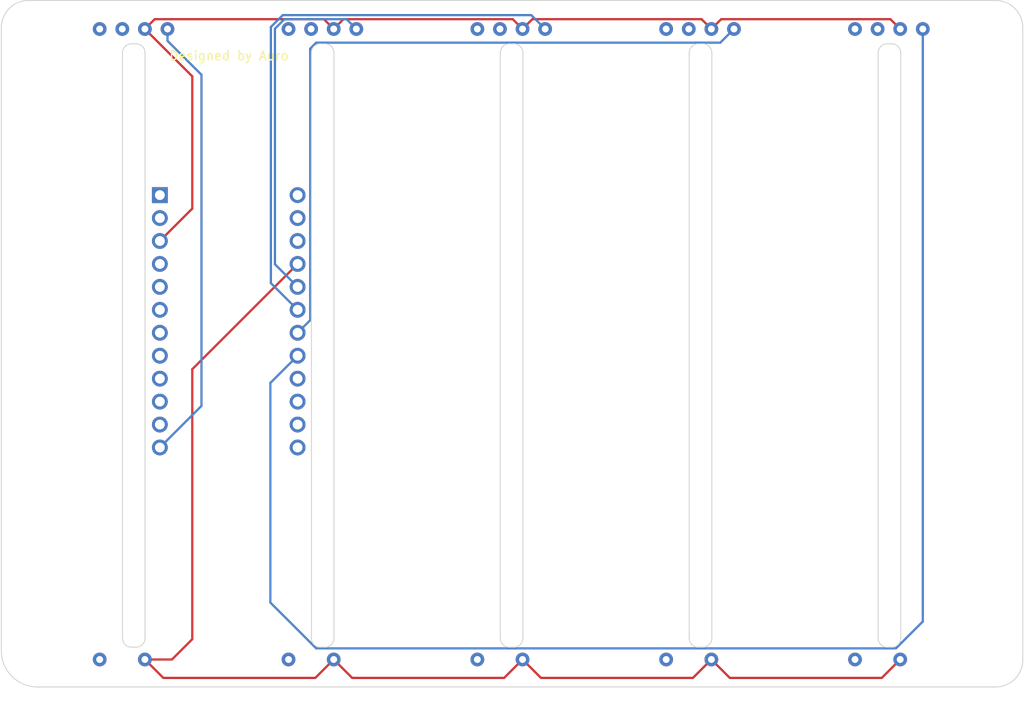
<source format=kicad_pcb>
(kicad_pcb (version 20221018) (generator pcbnew)
  (layers (0 "F.Cu" signal) (31 "B.Cu" signal) (34 "B.Paste" user) (35 "F.Paste" user) (36 "B.SilkS" user "B.Silkscreen") (37 "F.SilkS" user "F.Silkscreen") (38 "B.Mask" user) (39 "F.Mask" user) (44 "Edge.Cuts" user))
  (net 0 "")
  (net 3 "GND")
  (net 12 "Net-(U1-9{slash}PB5)")
  (net 17 "Net-(U1-A0{slash}PF7)")
  (net 18 "Net-(U1-A1{slash}PF6)")
  (net 19 "Net-(U1-A2{slash}PF5)")
  (net 20 "Net-(U1-A3{slash}PF4)")
  (net 21 "Net-(U1-VCC)")
  (footprint "MountingHole:MountingHole_4.3mm_M4_ISO7380" (layer "F.Cu") (at 199.652 120.256)
    (fp_text reference "H3" hide)
    (fp_text value "MountingHole")
    (pad "" np_thru_hole circle (at 0 0) (size 4.3 4.3) (drill 4.3) (layers "*.Cu" "*.Mask"))
  )
  (footprint "Auro-deej:Fdeej-slider" (layer "F.Cu") (at 105.632 87.236 -90)
    (fp_text reference "VR1" hide)
    (fp_text value "Slider")
    (pad "1" thru_hole circle (at -34.9 -4.4 270) (size 1.524 1.524) (drill 0.762) (layers "*.Cu" "*.Mask") (net 12 "Net-(U1-9{slash}PB5)"))
    (pad "2" thru_hole circle (at -34.9 -1.9 270) (size 1.524 1.524) (drill 0.762) (layers "*.Cu" "*.Mask") (net 3 "GND"))
    (pad "3" thru_hole circle (at -34.9 0.6 270) (size 1.524 1.524) (drill 0.762) (layers "*.Cu" "*.Mask"))
    (pad "4" thru_hole circle (at -34.9 3.1 270) (size 1.524 1.524) (drill 0.762) (layers "*.Cu" "*.Mask"))
    (pad "5" thru_hole circle (at 34.9 -1.9 270) (size 1.524 1.524) (drill 0.762) (layers "*.Cu" "*.Mask") (net 21 "Net-(U1-VCC)"))
    (pad "6" thru_hole circle (at 34.9 3.1 270) (size 1.524 1.524) (drill 0.762) (layers "*.Cu" "*.Mask"))
  )
  (footprint "Auro-deej:Fdeej-slider" (layer "F.Cu") (at 189.192 87.236 -90)
    (fp_text reference "VR5" hide)
    (fp_text value "Slider" hide)
    (pad "1" thru_hole circle (at -34.9 -4.4 270) (size 1.524 1.524) (drill 0.762) (layers "*.Cu" "*.Mask") (net 17 "Net-(U1-A0{slash}PF7)"))
    (pad "2" thru_hole circle (at -34.9 -1.9 270) (size 1.524 1.524) (drill 0.762) (layers "*.Cu" "*.Mask") (net 3 "GND"))
    (pad "3" thru_hole circle (at -34.9 0.6 270) (size 1.524 1.524) (drill 0.762) (layers "*.Cu" "*.Mask"))
    (pad "4" thru_hole circle (at -34.9 3.1 270) (size 1.524 1.524) (drill 0.762) (layers "*.Cu" "*.Mask"))
    (pad "5" thru_hole circle (at 34.9 -1.9 270) (size 1.524 1.524) (drill 0.762) (layers "*.Cu" "*.Mask") (net 21 "Net-(U1-VCC)"))
    (pad "6" thru_hole circle (at 34.9 3.1 270) (size 1.524 1.524) (drill 0.762) (layers "*.Cu" "*.Mask"))
  )
  (footprint "MountingHole:MountingHole_4.3mm_M4_ISO7380" (layer "F.Cu") (at 199.652 54.176)
    (fp_text reference "H4" hide)
    (fp_text value "MountingHole")
    (pad "" np_thru_hole circle (at 0 0) (size 4.3 4.3) (drill 4.3) (layers "*.Cu" "*.Mask"))
  )
  (footprint "MountingHole:MountingHole_4.3mm_M4_ISO7380" (layer "F.Cu") (at 96.652 120.176)
    (fp_text reference "H1" hide)
    (fp_text value "MountingHole")
    (pad "" np_thru_hole circle (at 0 0) (size 4.3 4.3) (drill 4.3) (layers "*.Cu" "*.Mask"))
  )
  (footprint "Keebio-Parts:ArduinoProMicro" (layer "F.Cu") (at 116.808 84.696 -90)
    (fp_text reference "U1" hide)
    (fp_text value "ProMicro" hide)
    (pad "1" thru_hole rect (at -13.97 7.62 270) (size 1.7526 1.7526) (drill 1.0922) (layers "*.Cu" "*.Mask"))
    (pad "2" thru_hole circle (at -11.43 7.62 270) (size 1.7526 1.7526) (drill 1.0922) (layers "*.Cu" "*.Mask"))
    (pad "3" thru_hole circle (at -8.89 7.62 270) (size 1.7526 1.7526) (drill 1.0922) (layers "*.Cu" "*.Mask") (net 3 "GND"))
    (pad "4" thru_hole circle (at -6.35 7.62 270) (size 1.7526 1.7526) (drill 1.0922) (layers "*.Cu" "*.Mask"))
    (pad "5" thru_hole circle (at -3.81 7.62 270) (size 1.7526 1.7526) (drill 1.0922) (layers "*.Cu" "*.Mask"))
    (pad "6" thru_hole circle (at -1.27 7.62 270) (size 1.7526 1.7526) (drill 1.0922) (layers "*.Cu" "*.Mask"))
    (pad "7" thru_hole circle (at 1.27 7.62 270) (size 1.7526 1.7526) (drill 1.0922) (layers "*.Cu" "*.Mask"))
    (pad "8" thru_hole circle (at 3.81 7.62 270) (size 1.7526 1.7526) (drill 1.0922) (layers "*.Cu" "*.Mask"))
    (pad "9" thru_hole circle (at 6.35 7.62 270) (size 1.7526 1.7526) (drill 1.0922) (layers "*.Cu" "*.Mask"))
    (pad "10" thru_hole circle (at 8.89 7.62 270) (size 1.7526 1.7526) (drill 1.0922) (layers "*.Cu" "*.Mask"))
    (pad "11" thru_hole circle (at 11.43 7.62 270) (size 1.7526 1.7526) (drill 1.0922) (layers "*.Cu" "*.Mask"))
    (pad "12" thru_hole circle (at 13.97 7.62 270) (size 1.7526 1.7526) (drill 1.0922) (layers "*.Cu" "*.Mask") (net 12 "Net-(U1-9{slash}PB5)"))
    (pad "13" thru_hole circle (at 13.97 -7.62 270) (size 1.7526 1.7526) (drill 1.0922) (layers "*.Cu" "*.Mask"))
    (pad "14" thru_hole circle (at 11.43 -7.62 270) (size 1.7526 1.7526) (drill 1.0922) (layers "*.Cu" "*.Mask"))
    (pad "15" thru_hole circle (at 8.89 -7.62 270) (size 1.7526 1.7526) (drill 1.0922) (layers "*.Cu" "*.Mask"))
    (pad "16" thru_hole circle (at 6.35 -7.62 270) (size 1.7526 1.7526) (drill 1.0922) (layers "*.Cu" "*.Mask"))
    (pad "17" thru_hole circle (at 3.81 -7.62 270) (size 1.7526 1.7526) (drill 1.0922) (layers "*.Cu" "*.Mask") (net 17 "Net-(U1-A0{slash}PF7)"))
    (pad "18" thru_hole circle (at 1.27 -7.62 270) (size 1.7526 1.7526) (drill 1.0922) (layers "*.Cu" "*.Mask") (net 18 "Net-(U1-A1{slash}PF6)"))
    (pad "19" thru_hole circle (at -1.27 -7.62 270) (size 1.7526 1.7526) (drill 1.0922) (layers "*.Cu" "*.Mask") (net 19 "Net-(U1-A2{slash}PF5)"))
    (pad "20" thru_hole circle (at -3.81 -7.62 270) (size 1.7526 1.7526) (drill 1.0922) (layers "*.Cu" "*.Mask") (net 20 "Net-(U1-A3{slash}PF4)"))
    (pad "21" thru_hole circle (at -6.35 -7.62 270) (size 1.7526 1.7526) (drill 1.0922) (layers "*.Cu" "*.Mask") (net 21 "Net-(U1-VCC)"))
    (pad "22" thru_hole circle (at -8.89 -7.62 270) (size 1.7526 1.7526) (drill 1.0922) (layers "*.Cu" "*.Mask"))
    (pad "23" thru_hole circle (at -11.43 -7.62 270) (size 1.7526 1.7526) (drill 1.0922) (layers "*.Cu" "*.Mask"))
    (pad "24" thru_hole circle (at -13.97 -7.62 270) (size 1.7526 1.7526) (drill 1.0922) (layers "*.Cu" "*.Mask"))
  )
  (footprint "Auro-deej:Fdeej-slider" (layer "F.Cu") (at 147.412 87.236 -90)
    (fp_text reference "VR3" hide)
    (fp_text value "Slider" hide)
    (pad "1" thru_hole circle (at -34.9 -4.4 270) (size 1.524 1.524) (drill 0.762) (layers "*.Cu" "*.Mask") (net 19 "Net-(U1-A2{slash}PF5)"))
    (pad "2" thru_hole circle (at -34.9 -1.9 270) (size 1.524 1.524) (drill 0.762) (layers "*.Cu" "*.Mask") (net 3 "GND"))
    (pad "3" thru_hole circle (at -34.9 0.6 270) (size 1.524 1.524) (drill 0.762) (layers "*.Cu" "*.Mask"))
    (pad "4" thru_hole circle (at -34.9 3.1 270) (size 1.524 1.524) (drill 0.762) (layers "*.Cu" "*.Mask"))
    (pad "5" thru_hole circle (at 34.9 -1.9 270) (size 1.524 1.524) (drill 0.762) (layers "*.Cu" "*.Mask") (net 21 "Net-(U1-VCC)"))
    (pad "6" thru_hole circle (at 34.9 3.1 270) (size 1.524 1.524) (drill 0.762) (layers "*.Cu" "*.Mask"))
  )
  (footprint "MountingHole:MountingHole_4.3mm_M4_ISO7380" (layer "F.Cu") (at 96.652 54.176)
    (fp_text reference "H2" hide)
    (fp_text value "MountingHole")
    (pad "" np_thru_hole circle (at 0 0) (size 4.3 4.3) (drill 4.3) (layers "*.Cu" "*.Mask"))
  )
  (footprint "Auro-deej:Fdeej-slider" (layer "F.Cu") (at 168.302 87.236 -90)
    (fp_text reference "VR4" hide)
    (fp_text value "Slider" hide)
    (pad "1" thru_hole circle (at -34.9 -4.4 270) (size 1.524 1.524) (drill 0.762) (layers "*.Cu" "*.Mask") (net 18 "Net-(U1-A1{slash}PF6)"))
    (pad "2" thru_hole circle (at -34.9 -1.9 270) (size 1.524 1.524) (drill 0.762) (layers "*.Cu" "*.Mask") (net 3 "GND"))
    (pad "3" thru_hole circle (at -34.9 0.6 270) (size 1.524 1.524) (drill 0.762) (layers "*.Cu" "*.Mask"))
    (pad "4" thru_hole circle (at -34.9 3.1 270) (size 1.524 1.524) (drill 0.762) (layers "*.Cu" "*.Mask"))
    (pad "5" thru_hole circle (at 34.9 -1.9 270) (size 1.524 1.524) (drill 0.762) (layers "*.Cu" "*.Mask") (net 21 "Net-(U1-VCC)"))
    (pad "6" thru_hole circle (at 34.9 3.1 270) (size 1.524 1.524) (drill 0.762) (layers "*.Cu" "*.Mask"))
  )
  (footprint "Auro-deej:Fdeej-slider" (layer "F.Cu") (at 126.522 87.236 -90)
    (fp_text reference "VR2" hide)
    (fp_text value "Slider" hide)
    (pad "1" thru_hole circle (at -34.9 -4.4 270) (size 1.524 1.524) (drill 0.762) (layers "*.Cu" "*.Mask") (net 20 "Net-(U1-A3{slash}PF4)"))
    (pad "2" thru_hole circle (at -34.9 -1.9 270) (size 1.524 1.524) (drill 0.762) (layers "*.Cu" "*.Mask") (net 3 "GND"))
    (pad "3" thru_hole circle (at -34.9 0.6 270) (size 1.524 1.524) (drill 0.762) (layers "*.Cu" "*.Mask"))
    (pad "4" thru_hole circle (at -34.9 3.1 270) (size 1.524 1.524) (drill 0.762) (layers "*.Cu" "*.Mask"))
    (pad "5" thru_hole circle (at 34.9 -1.9 270) (size 1.524 1.524) (drill 0.762) (layers "*.Cu" "*.Mask") (net 21 "Net-(U1-VCC)"))
    (pad "6" thru_hole circle (at 34.9 3.1 270) (size 1.524 1.524) (drill 0.762) (layers "*.Cu" "*.Mask"))
  )
  (gr_arc (start 125.952 54.976) (mid 126.244893 54.268893) (end 126.952 53.976) (stroke (width 0.1)) (layer "Edge.Cuts"))
  (gr_line (start 188.652 54.976) (end 188.652 119.776) (stroke (width 0.1)) (layer "Edge.Cuts"))
  (gr_arc (start 105.052 54.976) (mid 105.344893 54.268893) (end 106.052 53.976) (stroke (width 0.1)) (layer "Edge.Cuts"))
  (gr_arc (start 191.152 119.776) (mid 190.859107 120.483107) (end 190.152 120.776) (stroke (width 0.1)) (layer "Edge.Cuts"))
  (gr_line (start 91.652 121.176) (end 91.652 52.176) (stroke (width 0.1)) (layer "Edge.Cuts"))
  (gr_line (start 126.952 53.976) (end 127.452 53.976) (stroke (width 0.1)) (layer "Edge.Cuts"))
  (gr_line (start 167.752 54.976) (end 167.752 119.776) (stroke (width 0.1)) (layer "Edge.Cuts"))
  (gr_line (start 105.052 54.976) (end 105.052 119.776) (stroke (width 0.1)) (layer "Edge.Cuts"))
  (gr_arc (start 190.152 53.976) (mid 190.859107 54.268893) (end 191.152 54.976) (stroke (width 0.1)) (layer "Edge.Cuts"))
  (gr_arc (start 106.552 53.976) (mid 107.259107 54.268893) (end 107.552 54.976) (stroke (width 0.1)) (layer "Edge.Cuts"))
  (gr_arc (start 170.252 119.776) (mid 169.959107 120.483107) (end 169.252 120.776) (stroke (width 0.1)) (layer "Edge.Cuts"))
  (gr_line (start 147.852 53.976) (end 148.352 53.976) (stroke (width 0.1)) (layer "Edge.Cuts"))
  (gr_line (start 146.852 54.976) (end 146.852 119.776) (stroke (width 0.1)) (layer "Edge.Cuts"))
  (gr_arc (start 107.552 119.776) (mid 107.259107 120.483107) (end 106.552 120.776) (stroke (width 0.1)) (layer "Edge.Cuts"))
  (gr_arc (start 126.952 120.776) (mid 126.244893 120.483107) (end 125.952 119.776) (stroke (width 0.1)) (layer "Edge.Cuts"))
  (gr_line (start 106.052 53.976) (end 106.552 53.976) (stroke (width 0.1)) (layer "Edge.Cuts"))
  (gr_arc (start 168.752 120.776) (mid 168.044893 120.483107) (end 167.752 119.776) (stroke (width 0.1)) (layer "Edge.Cuts"))
  (gr_arc (start 189.652 120.776) (mid 188.944893 120.483107) (end 188.652 119.776) (stroke (width 0.1)) (layer "Edge.Cuts"))
  (gr_line (start 127.452 120.776) (end 126.952 120.776) (stroke (width 0.1)) (layer "Edge.Cuts"))
  (gr_line (start 169.252 120.776) (end 168.752 120.776) (stroke (width 0.1)) (layer "Edge.Cuts"))
  (gr_arc (start 201.652 49.176) (mid 203.77332 50.05468) (end 204.652 52.176) (stroke (width 0.1)) (layer "Edge.Cuts"))
  (gr_line (start 128.452 119.776) (end 128.452 54.976) (stroke (width 0.1)) (layer "Edge.Cuts"))
  (gr_arc (start 149.352 119.776) (mid 149.059107 120.483107) (end 148.352 120.776) (stroke (width 0.1)) (layer "Edge.Cuts"))
  (gr_arc (start 169.252 53.976) (mid 169.959107 54.268893) (end 170.252 54.976) (stroke (width 0.1)) (layer "Edge.Cuts"))
  (gr_line (start 189.652 53.976) (end 190.152 53.976) (stroke (width 0.1)) (layer "Edge.Cuts"))
  (gr_arc (start 188.652 54.976) (mid 188.944893 54.268893) (end 189.652 53.976) (stroke (width 0.1)) (layer "Edge.Cuts"))
  (gr_arc (start 127.452 53.976) (mid 128.159107 54.268893) (end 128.452 54.976) (stroke (width 0.1)) (layer "Edge.Cuts"))
  (gr_line (start 201.652 125.176) (end 95.652 125.176) (stroke (width 0.1)) (layer "Edge.Cuts"))
  (gr_line (start 149.352 119.776) (end 149.352 54.976) (stroke (width 0.1)) (layer "Edge.Cuts"))
  (gr_arc (start 147.852 120.776) (mid 147.144893 120.483107) (end 146.852 119.776) (stroke (width 0.1)) (layer "Edge.Cuts"))
  (gr_line (start 190.152 120.776) (end 189.652 120.776) (stroke (width 0.1)) (layer "Edge.Cuts"))
  (gr_line (start 125.952 54.976) (end 125.952 119.776) (stroke (width 0.1)) (layer "Edge.Cuts"))
  (gr_arc (start 167.752 54.976) (mid 168.044893 54.268893) (end 168.752 53.976) (stroke (width 0.1)) (layer "Edge.Cuts"))
  (gr_arc (start 146.852 54.976) (mid 147.144893 54.268893) (end 147.852 53.976) (stroke (width 0.1)) (layer "Edge.Cuts"))
  (gr_arc (start 106.052 120.776) (mid 105.344893 120.483107) (end 105.052 119.776) (stroke (width 0.1)) (layer "Edge.Cuts"))
  (gr_line (start 94.652 49.176) (end 201.652 49.176) (stroke (width 0.1)) (layer "Edge.Cuts"))
  (gr_line (start 148.352 120.776) (end 147.852 120.776) (stroke (width 0.1)) (layer "Edge.Cuts"))
  (gr_arc (start 148.352 53.976) (mid 149.059107 54.268893) (end 149.352 54.976) (stroke (width 0.1)) (layer "Edge.Cuts"))
  (gr_line (start 191.152 119.776) (end 191.152 54.976) (stroke (width 0.1)) (layer "Edge.Cuts"))
  (gr_line (start 168.752 53.976) (end 169.252 53.976) (stroke (width 0.1)) (layer "Edge.Cuts"))
  (gr_arc (start 128.452 119.776) (mid 128.159107 120.483107) (end 127.452 120.776) (stroke (width 0.1)) (layer "Edge.Cuts"))
  (gr_line (start 106.552 120.776) (end 106.052 120.776) (stroke (width 0.1)) (layer "Edge.Cuts"))
  (gr_arc (start 95.652 125.176) (mid 92.823573 124.004427) (end 91.652 121.176) (stroke (width 0.1)) (layer "Edge.Cuts"))
  (gr_arc (start 91.652 52.176) (mid 92.53068 50.05468) (end 94.652 49.176) (stroke (width 0.1)) (layer "Edge.Cuts"))
  (gr_line (start 170.252 119.776) (end 170.252 54.976) (stroke (width 0.1)) (layer "Edge.Cuts"))
  (gr_line (start 204.652 52.176) (end 204.652 122.176) (stroke (width 0.1)) (layer "Edge.Cuts"))
  (gr_arc (start 204.652 122.176) (mid 203.77332 124.29732) (end 201.652 125.176) (stroke (width 0.1)) (layer "Edge.Cuts"))
  (gr_line (start 107.552 119.776) (end 107.552 54.976) (stroke (width 0.1)) (layer "Edge.Cuts"))
  (gr_text "Designed by Auro" (at 116.84 55.88) (layer "F.SilkS") (effects (font (size 1 1)) (justify bottom)))
  (segment (start 150.399 51.249) (end 169.115 51.249) (width 0.25) (layer "F.Cu") (net 3))
  (segment (start 107.532 52.336) (end 107.652 52.456) (width 0.25) (layer "F.Cu") (net 3))
  (segment (start 127.335 51.249) (end 128.422 52.336) (width 0.25) (layer "F.Cu") (net 3))
  (segment (start 129.509 51.249) (end 128.422 52.336) (width 0.25) (layer "F.Cu") (net 3))
  (segment (start 190.005 51.249) (end 171.289 51.249) (width 0.25) (layer "F.Cu") (net 3))
  (segment (start 112.776 57.58) (end 112.776 72.218) (width 0.25) (layer "F.Cu") (net 3))
  (segment (start 149.312 52.336) (end 148.225 51.249) (width 0.25) (layer "F.Cu") (net 3))
  (segment (start 191.092 52.336) (end 190.005 51.249) (width 0.25) (layer "F.Cu") (net 3))
  (segment (start 171.289 51.249) (end 170.202 52.336) (width 0.25) (layer "F.Cu") (net 3))
  (segment (start 108.619 51.249) (end 127.335 51.249) (width 0.25) (layer "F.Cu") (net 3))
  (segment (start 148.225 51.249) (end 129.509 51.249) (width 0.25) (layer "F.Cu") (net 3))
  (segment (start 149.312 52.336) (end 150.399 51.249) (width 0.25) (layer "F.Cu") (net 3))
  (segment (start 107.532 52.336) (end 108.619 51.249) (width 0.25) (layer "F.Cu") (net 3))
  (segment (start 107.532 52.336) (end 112.776 57.58) (width 0.25) (layer "F.Cu") (net 3))
  (segment (start 169.115 51.249) (end 170.202 52.336) (width 0.25) (layer "F.Cu") (net 3))
  (segment (start 107.652 52.456) (end 107.652 52.975156) (width 0.25) (layer "F.Cu") (net 3))
  (segment (start 112.776 72.218) (end 109.188 75.806) (width 0.25) (layer "F.Cu") (net 3))
  (segment (start 107.727 52.531) (end 107.532 52.336) (width 0.25) (layer "B.Cu") (net 3))
  (segment (start 128.422 52.336) (end 127.926633 52.336) (width 0.25) (layer "B.Cu") (net 3))
  (segment (start 110.032 53.644) (end 113.792 57.404) (width 0.25) (layer "B.Cu") (net 12))
  (segment (start 113.792 57.404) (end 113.792 94.062) (width 0.25) (layer "B.Cu") (net 12))
  (segment (start 113.792 94.062) (end 109.188 98.666) (width 0.25) (layer "B.Cu") (net 12))
  (segment (start 110.032 52.336) (end 110.032 53.644) (width 0.25) (layer "B.Cu") (net 12))
  (segment (start 121.412 115.830657) (end 126.485343 120.904) (width 0.25) (layer "B.Cu") (net 17))
  (segment (start 124.428 88.506) (end 121.412 91.522) (width 0.25) (layer "B.Cu") (net 17))
  (segment (start 190.618657 120.904) (end 193.592 117.930657) (width 0.25) (layer "B.Cu") (net 17))
  (segment (start 193.592 117.930657) (end 193.592 52.336) (width 0.25) (layer "B.Cu") (net 17))
  (segment (start 126.485343 120.904) (end 190.618657 120.904) (width 0.25) (layer "B.Cu") (net 17))
  (segment (start 121.412 91.522) (end 121.412 115.830657) (width 0.25) (layer "B.Cu") (net 17))
  (segment (start 125.82072 84.57328) (end 124.428 85.966) (width 0.25) (layer "B.Cu") (net 18))
  (segment (start 172.702 52.336) (end 171.18928 53.84872) (width 0.25) (layer "B.Cu") (net 18))
  (segment (start 126.484623 53.84872) (end 125.82072 54.512623) (width 0.25) (layer "B.Cu") (net 18))
  (segment (start 171.18928 53.84872) (end 126.484623 53.84872) (width 0.25) (layer "B.Cu") (net 18))
  (segment (start 125.82072 54.512623) (end 125.82072 84.57328) (width 0.25) (layer "B.Cu") (net 18))
  (segment (start 150.275 50.799) (end 151.812 52.336) (width 0.25) (layer "B.Cu") (net 19))
  (segment (start 122.785353 50.799) (end 150.275 50.799) (width 0.25) (layer "B.Cu") (net 19))
  (segment (start 121.47 52.114353) (end 122.785353 50.799) (width 0.25) (layer "B.Cu") (net 19))
  (segment (start 124.428 83.426) (end 121.47 80.468) (width 0.25) (layer "B.Cu") (net 19))
  (segment (start 121.47 80.468) (end 121.47 52.114353) (width 0.25) (layer "B.Cu") (net 19))
  (segment (start 121.92 52.300749) (end 121.92 78.378) (width 0.25) (layer "B.Cu") (net 20))
  (segment (start 129.835 51.249) (end 122.971749 51.249) (width 0.25) (layer "B.Cu") (net 20))
  (segment (start 130.922 52.336) (end 129.835 51.249) (width 0.25) (layer "B.Cu") (net 20))
  (segment (start 121.92 78.378) (end 124.428 80.886) (width 0.25) (layer "B.Cu") (net 20))
  (segment (start 122.971749 51.249) (end 121.92 52.300749) (width 0.25) (layer "B.Cu") (net 20))
  (segment (start 112.776 119.888) (end 110.528 122.136) (width 0.25) (layer "F.Cu") (net 21))
  (segment (start 124.428 78.346) (end 112.776 89.998) (width 0.25) (layer "F.Cu") (net 21))
  (segment (start 147.272 124.176) (end 149.312 122.136) (width 0.25) (layer "F.Cu") (net 21))
  (segment (start 172.242 124.176) (end 189.052 124.176) (width 0.25) (layer "F.Cu") (net 21))
  (segment (start 130.462 124.176) (end 147.272 124.176) (width 0.25) (layer "F.Cu") (net 21))
  (segment (start 112.776 89.998) (end 112.776 119.888) (width 0.25) (layer "F.Cu") (net 21))
  (segment (start 151.352 124.176) (end 168.162 124.176) (width 0.25) (layer "F.Cu") (net 21))
  (segment (start 149.312 122.136) (end 151.352 124.176) (width 0.25) (layer "F.Cu") (net 21))
  (segment (start 128.422 122.136) (end 130.462 124.176) (width 0.25) (layer "F.Cu") (net 21))
  (segment (start 126.382 124.176) (end 128.422 122.136) (width 0.25) (layer "F.Cu") (net 21))
  (segment (start 107.532 122.136) (end 109.572 124.176) (width 0.25) (layer "F.Cu") (net 21))
  (segment (start 168.162 124.176) (end 170.202 122.136) (width 0.25) (layer "F.Cu") (net 21))
  (segment (start 109.572 124.176) (end 126.382 124.176) (width 0.25) (layer "F.Cu") (net 21))
  (segment (start 110.528 122.136) (end 107.532 122.136) (width 0.25) (layer "F.Cu") (net 21))
  (segment (start 170.202 122.136) (end 172.242 124.176) (width 0.25) (layer "F.Cu") (net 21))
  (segment (start 189.052 124.176) (end 191.092 122.136) (width 0.25) (layer "F.Cu") (net 21))
)
</source>
